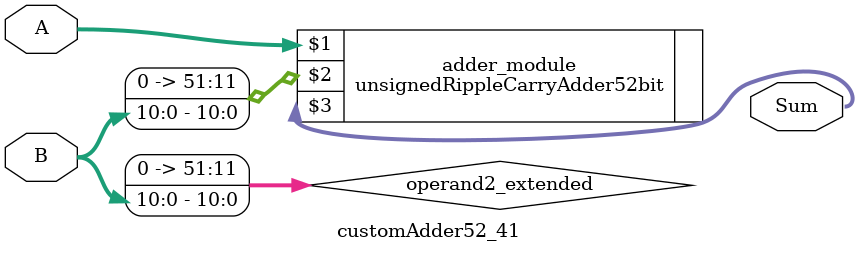
<source format=v>
module customAdder52_41(
                        input [51 : 0] A,
                        input [10 : 0] B,
                        
                        output [52 : 0] Sum
                );

        wire [51 : 0] operand2_extended;
        
        assign operand2_extended =  {41'b0, B};
        
        unsignedRippleCarryAdder52bit adder_module(
            A,
            operand2_extended,
            Sum
        );
        
        endmodule
        
</source>
